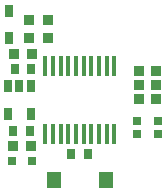
<source format=gtp>
%TF.GenerationSoftware,KiCad,Pcbnew,9.0.0*%
%TF.CreationDate,2025-04-22T13:44:47+01:00*%
%TF.ProjectId,vm_rgb_led_0.3,766d5f72-6762-45f6-9c65-645f302e332e,v0.3*%
%TF.SameCoordinates,PX518a060PY47868c0*%
%TF.FileFunction,Paste,Top*%
%TF.FilePolarity,Positive*%
%FSLAX45Y45*%
G04 Gerber Fmt 4.5, Leading zero omitted, Abs format (unit mm)*
G04 Created by KiCad (PCBNEW 9.0.0) date 2025-04-22 13:44:47*
%MOMM*%
%LPD*%
G01*
G04 APERTURE LIST*
%ADD10R,0.860000X0.810000*%
%ADD11R,0.700000X1.000000*%
%ADD12R,0.800000X0.800000*%
%ADD13R,0.800000X0.900000*%
%ADD14O,0.360000X1.740000*%
%ADD15R,1.230000X1.360000*%
%ADD16R,0.810000X0.860000*%
%ADD17R,0.750000X1.000000*%
%ADD18R,0.800000X0.700000*%
G04 APERTURE END LIST*
D10*
%TO.C,R7*%
X-320000Y525000D03*
X-320000Y675000D03*
%TD*%
D11*
%TO.C,U2*%
X-465000Y120000D03*
X-560000Y120000D03*
X-655000Y120000D03*
X-655000Y-120000D03*
X-465000Y-120000D03*
%TD*%
D12*
%TO.C,D1*%
X-455000Y-520000D03*
X-625000Y-520000D03*
%TD*%
D10*
%TO.C,R6*%
X-480000Y525000D03*
X-480000Y675000D03*
%TD*%
D13*
%TO.C,C3*%
X-470000Y-260000D03*
X-610000Y-260000D03*
%TD*%
D14*
%TO.C,U1*%
X-341000Y-287000D03*
X-276000Y-287000D03*
X-211000Y-287000D03*
X-146000Y-287000D03*
X-80000Y-287000D03*
X-15000Y-287000D03*
X50000Y-287000D03*
X115000Y-287000D03*
X180000Y-287000D03*
X245000Y-287000D03*
X245000Y287000D03*
X180000Y287000D03*
X115000Y287000D03*
X50000Y287000D03*
X-15000Y287000D03*
X-80000Y287000D03*
X-146000Y287000D03*
X-211000Y287000D03*
X-276000Y287000D03*
X-341000Y287000D03*
%TD*%
D15*
%TO.C,SW1*%
X170000Y-680000D03*
X-266000Y-680000D03*
%TD*%
D16*
%TO.C,R4*%
X600000Y10000D03*
X450000Y10000D03*
%TD*%
%TO.C,R3*%
X600000Y130000D03*
X450000Y130000D03*
%TD*%
%TO.C,R5*%
X-455000Y390000D03*
X-605000Y390000D03*
%TD*%
D13*
%TO.C,C1*%
X-120000Y-460000D03*
X20000Y-460000D03*
%TD*%
D16*
%TO.C,R2*%
X600000Y250000D03*
X450000Y250000D03*
%TD*%
D13*
%TO.C,C2*%
X-460000Y260000D03*
X-600000Y260000D03*
%TD*%
D16*
%TO.C,R1*%
X-465000Y-390000D03*
X-615000Y-390000D03*
%TD*%
D17*
%TO.C,D2*%
X-650000Y757000D03*
X-650000Y523000D03*
%TD*%
D18*
%TO.C,D3*%
X440000Y-175000D03*
X610000Y-175000D03*
X610000Y-285000D03*
X440000Y-285000D03*
%TD*%
M02*

</source>
